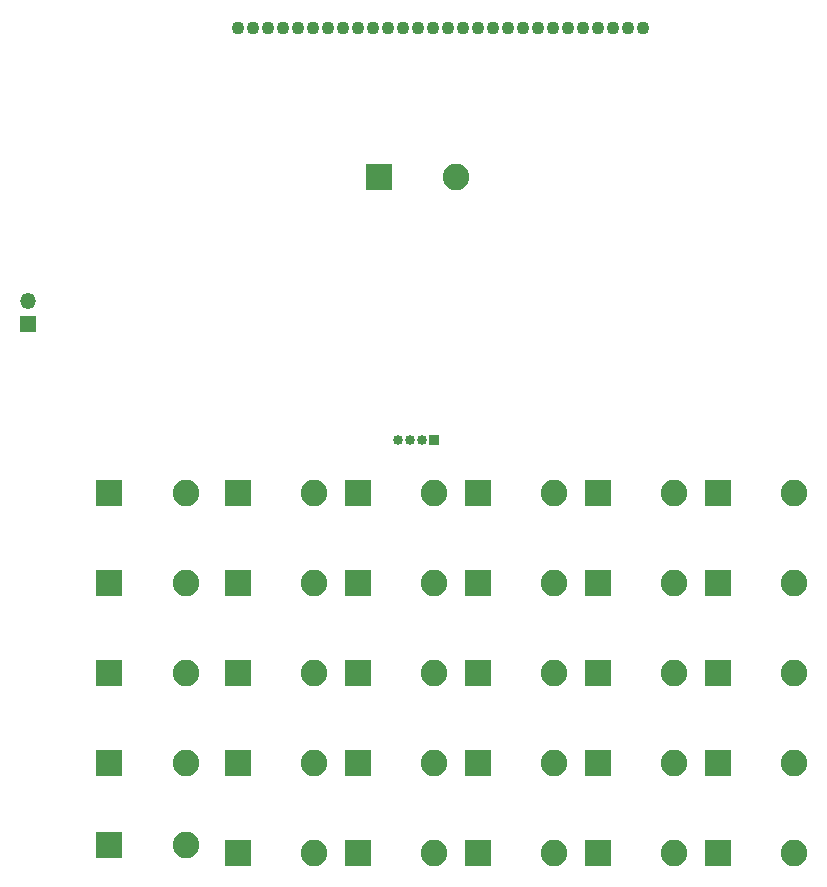
<source format=gbr>
%TF.GenerationSoftware,KiCad,Pcbnew,7.99.0-3539-g7abe2e3ea0*%
%TF.CreationDate,2023-11-11T22:30:26+01:00*%
%TF.ProjectId,KS100,4b533130-302e-46b6-9963-61645f706362,rev?*%
%TF.SameCoordinates,Original*%
%TF.FileFunction,Soldermask,Bot*%
%TF.FilePolarity,Negative*%
%FSLAX46Y46*%
G04 Gerber Fmt 4.6, Leading zero omitted, Abs format (unit mm)*
G04 Created by KiCad (PCBNEW 7.99.0-3539-g7abe2e3ea0) date 2023-11-11 22:30:26*
%MOMM*%
%LPD*%
G01*
G04 APERTURE LIST*
%ADD10R,2.250000X2.250000*%
%ADD11C,2.250000*%
%ADD12R,0.850000X0.850000*%
%ADD13O,0.850000X0.850000*%
%ADD14R,1.350000X1.350000*%
%ADD15O,1.350000X1.350000*%
%ADD16C,1.100000*%
G04 APERTURE END LIST*
D10*
%TO.C,SW28*%
X171450000Y-128270000D03*
D11*
X177950000Y-128270000D03*
%TD*%
D10*
%TO.C,SW10*%
X130810000Y-143510000D03*
D11*
X137310000Y-143510000D03*
%TD*%
D10*
%TO.C,SW27*%
X171450000Y-120650000D03*
D11*
X177950000Y-120650000D03*
%TD*%
D10*
%TO.C,SW11*%
X140970000Y-113030000D03*
D11*
X147470000Y-113030000D03*
%TD*%
D10*
%TO.C,SW7*%
X130810000Y-120650000D03*
D11*
X137310000Y-120650000D03*
%TD*%
D10*
%TO.C,SW15*%
X140970000Y-143510000D03*
D11*
X147470000Y-143510000D03*
%TD*%
D10*
%TO.C,SW24*%
X161290000Y-135890000D03*
D11*
X167790000Y-135890000D03*
%TD*%
D10*
%TO.C,SW6*%
X130810000Y-113030000D03*
D11*
X137310000Y-113030000D03*
%TD*%
D10*
%TO.C,SW12*%
X140970000Y-120650000D03*
D11*
X147470000Y-120650000D03*
%TD*%
D10*
%TO.C,SW3*%
X119940000Y-128270000D03*
D11*
X126440000Y-128270000D03*
%TD*%
D10*
%TO.C,SW14*%
X140970000Y-135890000D03*
D11*
X147470000Y-135890000D03*
%TD*%
D12*
%TO.C,J2*%
X147415000Y-108585000D03*
D13*
X146415000Y-108585000D03*
X145415000Y-108585000D03*
X144415000Y-108585000D03*
%TD*%
D10*
%TO.C,SW4*%
X119940000Y-135890000D03*
D11*
X126440000Y-135890000D03*
%TD*%
D10*
%TO.C,SW23*%
X161290000Y-128270000D03*
D11*
X167790000Y-128270000D03*
%TD*%
D10*
%TO.C,SW19*%
X151130000Y-135890000D03*
D11*
X157630000Y-135890000D03*
%TD*%
D10*
%TO.C,SW26*%
X171450000Y-113030000D03*
D11*
X177950000Y-113030000D03*
%TD*%
D10*
%TO.C,SW29*%
X171450000Y-135890000D03*
D11*
X177950000Y-135890000D03*
%TD*%
D10*
%TO.C,SW1*%
X119940000Y-113030000D03*
D11*
X126440000Y-113030000D03*
%TD*%
D14*
%TO.C,J1*%
X113030000Y-98790000D03*
D15*
X113030000Y-96790000D03*
%TD*%
D10*
%TO.C,SW30*%
X171450000Y-143510000D03*
D11*
X177950000Y-143510000D03*
%TD*%
D10*
%TO.C,SW25*%
X161290000Y-143510000D03*
D11*
X167790000Y-143510000D03*
%TD*%
D10*
%TO.C,SW5*%
X119940000Y-142875000D03*
D11*
X126440000Y-142875000D03*
%TD*%
D16*
%TO.C,J3*%
X165100000Y-73660000D03*
X163830000Y-73660000D03*
X162560000Y-73660000D03*
X161290000Y-73660000D03*
X160020000Y-73660000D03*
X158750000Y-73660000D03*
X157480000Y-73660000D03*
X156210000Y-73660000D03*
X154940000Y-73660000D03*
X153670000Y-73660000D03*
X152400000Y-73660000D03*
X151130000Y-73660000D03*
X149860000Y-73660000D03*
X148590000Y-73660000D03*
X147320000Y-73660000D03*
X146050000Y-73660000D03*
X144780000Y-73660000D03*
X143510000Y-73660000D03*
X142240000Y-73660000D03*
X140970000Y-73660000D03*
X139700000Y-73660000D03*
X138430000Y-73660000D03*
X137160000Y-73660000D03*
X135890000Y-73660000D03*
X134620000Y-73660000D03*
X133350000Y-73660000D03*
X132080000Y-73660000D03*
X130810000Y-73660000D03*
%TD*%
D10*
%TO.C,SW21*%
X161290000Y-113030000D03*
D11*
X167790000Y-113030000D03*
%TD*%
D10*
%TO.C,SW17*%
X151130000Y-120650000D03*
D11*
X157630000Y-120650000D03*
%TD*%
D10*
%TO.C,SW22*%
X161290000Y-120650000D03*
D11*
X167790000Y-120650000D03*
%TD*%
D10*
%TO.C,SW18*%
X151130000Y-128270000D03*
D11*
X157630000Y-128270000D03*
%TD*%
D10*
%TO.C,SW16*%
X151130000Y-113030000D03*
D11*
X157630000Y-113030000D03*
%TD*%
D10*
%TO.C,SW2*%
X119940000Y-120650000D03*
D11*
X126440000Y-120650000D03*
%TD*%
D10*
%TO.C,SW13*%
X140970000Y-128270000D03*
D11*
X147470000Y-128270000D03*
%TD*%
D10*
%TO.C,SW20*%
X151130000Y-143510000D03*
D11*
X157630000Y-143510000D03*
%TD*%
D10*
%TO.C,SW31*%
X142782000Y-86310000D03*
D11*
X149282000Y-86310000D03*
%TD*%
D10*
%TO.C,SW9*%
X130810000Y-135890000D03*
D11*
X137310000Y-135890000D03*
%TD*%
D10*
%TO.C,SW8*%
X130810000Y-128270000D03*
D11*
X137310000Y-128270000D03*
%TD*%
M02*

</source>
